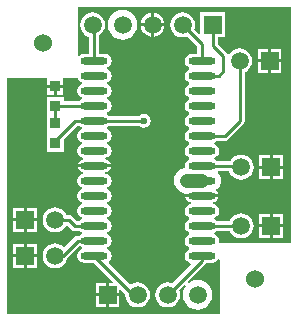
<source format=gtl>
G04 Layer_Physical_Order=1*
G04 Layer_Color=255*
%FSLAX25Y25*%
%MOIN*%
G70*
G01*
G75*
%ADD10R,0.03347X0.03799*%
%ADD11O,0.09055X0.02362*%
%ADD12C,0.01000*%
%ADD13C,0.04724*%
%ADD14C,0.05905*%
%ADD15R,0.05905X0.05905*%
%ADD16C,0.06000*%
%ADD17C,0.02362*%
G36*
X94488Y23622D02*
X71004D01*
X70569Y23999D01*
X70668Y24500D01*
X70485Y25422D01*
X69963Y26203D01*
X69182Y26725D01*
X69081Y26745D01*
Y27255D01*
X69182Y27275D01*
X69946Y27786D01*
X74235D01*
X74389Y27415D01*
X75052Y26552D01*
X75915Y25889D01*
X76921Y25473D01*
X78000Y25330D01*
X79079Y25473D01*
X80085Y25889D01*
X80948Y26552D01*
X81611Y27415D01*
X82027Y28421D01*
X82170Y29500D01*
X82027Y30579D01*
X81611Y31585D01*
X80948Y32448D01*
X80085Y33111D01*
X79079Y33527D01*
X78000Y33669D01*
X76921Y33527D01*
X75915Y33111D01*
X75052Y32448D01*
X74389Y31585D01*
X74235Y31214D01*
X69946D01*
X69182Y31725D01*
X69081Y31745D01*
Y32255D01*
X69182Y32275D01*
X69963Y32797D01*
X70485Y33578D01*
X70668Y34500D01*
X70485Y35422D01*
X69963Y36203D01*
X69182Y36725D01*
X68617Y36837D01*
Y37347D01*
X69111Y37445D01*
X69832Y37927D01*
X70314Y38649D01*
X70384Y39000D01*
X64913D01*
X59443D01*
X59512Y38649D01*
X59994Y37927D01*
X60716Y37445D01*
X61210Y37347D01*
Y36837D01*
X60645Y36725D01*
X59864Y36203D01*
X59342Y35422D01*
X59158Y34500D01*
X59342Y33578D01*
X59864Y32797D01*
X60645Y32275D01*
X60746Y32255D01*
Y31745D01*
X60645Y31725D01*
X59864Y31203D01*
X59342Y30422D01*
X59158Y29500D01*
X59342Y28578D01*
X59864Y27797D01*
X60645Y27275D01*
X60746Y27255D01*
Y26745D01*
X60645Y26725D01*
X59864Y26203D01*
X59342Y25422D01*
X59158Y24500D01*
X59342Y23578D01*
X59864Y22797D01*
X60645Y22275D01*
X60746Y22255D01*
Y21745D01*
X60645Y21725D01*
X59864Y21203D01*
X59342Y20422D01*
X59158Y19500D01*
X59342Y18578D01*
X59864Y17797D01*
X60645Y17275D01*
X61061Y17192D01*
X61226Y16650D01*
X54950Y10374D01*
X54579Y10527D01*
X53500Y10669D01*
X52421Y10527D01*
X51415Y10111D01*
X50552Y9448D01*
X49889Y8585D01*
X49473Y7579D01*
X49330Y6500D01*
X49473Y5421D01*
X49889Y4415D01*
X50552Y3552D01*
X51415Y2889D01*
X52421Y2473D01*
X53500Y2331D01*
X54579Y2473D01*
X55585Y2889D01*
X56448Y3552D01*
X57111Y4415D01*
X57527Y5421D01*
X57670Y6500D01*
X57527Y7579D01*
X57374Y7950D01*
X59116Y9692D01*
X59493Y9362D01*
X59201Y8982D01*
X58705Y7785D01*
X58536Y6500D01*
X58705Y5215D01*
X59201Y4018D01*
X59990Y2990D01*
X61018Y2201D01*
X62215Y1705D01*
X63500Y1536D01*
X64785Y1705D01*
X65982Y2201D01*
X67010Y2990D01*
X67799Y4018D01*
X68295Y5215D01*
X68464Y6500D01*
X68295Y7785D01*
X67799Y8982D01*
X67010Y10010D01*
X65982Y10799D01*
X64785Y11295D01*
X63500Y11464D01*
X62215Y11295D01*
X61018Y10799D01*
X60638Y10507D01*
X60308Y10884D01*
X66125Y16701D01*
X66386Y17091D01*
X68260D01*
X69182Y17275D01*
X69963Y17797D01*
X70366Y18400D01*
X70866Y18249D01*
Y0D01*
X0D01*
Y78740D01*
X13327D01*
Y76500D01*
X18673D01*
Y78740D01*
X23483D01*
X23515Y78578D01*
X24037Y77797D01*
X24818Y77275D01*
X24919Y77255D01*
Y76745D01*
X24818Y76725D01*
X24037Y76203D01*
X23515Y75422D01*
X23332Y74500D01*
X23515Y73578D01*
X24037Y72797D01*
X24818Y72275D01*
X24919Y72255D01*
Y71745D01*
X24818Y71725D01*
X24059Y71218D01*
X18854D01*
Y72585D01*
X13146D01*
Y66423D01*
Y60667D01*
X13146Y60667D01*
Y60333D01*
X13146D01*
X13146Y60167D01*
Y54171D01*
X18854D01*
Y58182D01*
X23458Y62786D01*
X24054D01*
X24818Y62275D01*
X24919Y62255D01*
Y61745D01*
X24818Y61725D01*
X24037Y61203D01*
X23515Y60422D01*
X23332Y59500D01*
X23515Y58578D01*
X24037Y57797D01*
X24818Y57275D01*
X24919Y57255D01*
Y56745D01*
X24818Y56725D01*
X24037Y56203D01*
X23515Y55422D01*
X23332Y54500D01*
X23515Y53578D01*
X24037Y52797D01*
X24818Y52275D01*
X25383Y52163D01*
Y51653D01*
X24889Y51555D01*
X24168Y51073D01*
X23686Y50351D01*
X23616Y50000D01*
X29087D01*
X34558D01*
X34488Y50351D01*
X34006Y51073D01*
X33284Y51555D01*
X32790Y51653D01*
Y52163D01*
X33355Y52275D01*
X34136Y52797D01*
X34658Y53578D01*
X34842Y54500D01*
X34658Y55422D01*
X34136Y56203D01*
X33355Y56725D01*
X33255Y56745D01*
Y57255D01*
X33355Y57275D01*
X34136Y57797D01*
X34658Y58578D01*
X34842Y59500D01*
X34658Y60422D01*
X34136Y61203D01*
X33355Y61725D01*
X33255Y61745D01*
Y62255D01*
X33355Y62275D01*
X34120Y62786D01*
X43813D01*
X44578Y62275D01*
X45500Y62091D01*
X46422Y62275D01*
X47203Y62797D01*
X47725Y63578D01*
X47908Y64500D01*
X47725Y65422D01*
X47203Y66203D01*
X46422Y66725D01*
X45500Y66909D01*
X44578Y66725D01*
X43813Y66214D01*
X34120D01*
X33355Y66725D01*
X33255Y66745D01*
Y67255D01*
X33355Y67275D01*
X34136Y67797D01*
X34658Y68578D01*
X34842Y69500D01*
X34658Y70422D01*
X34136Y71203D01*
X33355Y71725D01*
X33255Y71745D01*
Y72255D01*
X33355Y72275D01*
X34136Y72797D01*
X34658Y73578D01*
X34842Y74500D01*
X34658Y75422D01*
X34136Y76203D01*
X33355Y76725D01*
X33255Y76745D01*
Y77255D01*
X33355Y77275D01*
X34136Y77797D01*
X34658Y78578D01*
X34842Y79500D01*
X34658Y80422D01*
X34136Y81203D01*
X33355Y81725D01*
X33255Y81745D01*
Y82255D01*
X33355Y82275D01*
X34136Y82797D01*
X34658Y83578D01*
X34842Y84500D01*
X34658Y85422D01*
X34136Y86203D01*
X33355Y86725D01*
X32433Y86909D01*
X30801D01*
Y93055D01*
X31448Y93552D01*
X32111Y94415D01*
X32527Y95421D01*
X32669Y96500D01*
X32527Y97579D01*
X32111Y98585D01*
X31448Y99448D01*
X30585Y100111D01*
X29579Y100527D01*
X28500Y100670D01*
X27421Y100527D01*
X26415Y100111D01*
X25552Y99448D01*
X24889Y98585D01*
X24473Y97579D01*
X24330Y96500D01*
X24473Y95421D01*
X24889Y94415D01*
X25552Y93552D01*
X26415Y92889D01*
X27373Y92493D01*
Y86909D01*
X25740D01*
X24818Y86725D01*
X24122Y86260D01*
X23622Y86413D01*
Y102362D01*
X94488D01*
Y23622D01*
D02*
G37*
%LPC*%
G36*
X87500Y33453D02*
X84047D01*
Y30000D01*
X87500D01*
Y33453D01*
D02*
G37*
G36*
X5500Y31000D02*
X2047D01*
Y27547D01*
X5500D01*
Y31000D01*
D02*
G37*
G36*
X9953D02*
X6500D01*
Y27547D01*
X9953D01*
Y31000D01*
D02*
G37*
G36*
X5500Y35453D02*
X2047D01*
Y32000D01*
X5500D01*
Y35453D01*
D02*
G37*
G36*
X9953D02*
X6500D01*
Y32000D01*
X9953D01*
Y35453D01*
D02*
G37*
G36*
X91953Y33453D02*
X88500D01*
Y30000D01*
X91953D01*
Y33453D01*
D02*
G37*
G36*
X34558Y49000D02*
X29087D01*
X23616D01*
X23686Y48649D01*
X24168Y47927D01*
X24889Y47445D01*
X25383Y47347D01*
Y46837D01*
X24818Y46725D01*
X24037Y46203D01*
X23515Y45422D01*
X23332Y44500D01*
X23515Y43578D01*
X24037Y42797D01*
X24818Y42275D01*
X24919Y42255D01*
Y41745D01*
X24818Y41725D01*
X24037Y41203D01*
X23515Y40422D01*
X23332Y39500D01*
X23515Y38578D01*
X24037Y37797D01*
X24818Y37275D01*
X24919Y37255D01*
Y36745D01*
X24818Y36725D01*
X24037Y36203D01*
X23515Y35422D01*
X23332Y34500D01*
X23515Y33578D01*
X24037Y32797D01*
X24818Y32275D01*
X24919Y32255D01*
Y31745D01*
X24818Y31725D01*
X24054Y31214D01*
X23210D01*
X21712Y32712D01*
X21156Y33084D01*
X20500Y33214D01*
X19764D01*
X19611Y33585D01*
X18948Y34448D01*
X18085Y35111D01*
X17079Y35527D01*
X16000Y35669D01*
X14921Y35527D01*
X13915Y35111D01*
X13052Y34448D01*
X12389Y33585D01*
X11972Y32579D01*
X11830Y31500D01*
X11972Y30421D01*
X12389Y29415D01*
X13052Y28552D01*
X13915Y27889D01*
X14921Y27473D01*
X16000Y27330D01*
X17079Y27473D01*
X18085Y27889D01*
X18948Y28552D01*
X19543Y29326D01*
X19899Y29419D01*
X20155Y29421D01*
X21288Y28288D01*
X21844Y27916D01*
X22500Y27786D01*
X24054D01*
X24818Y27275D01*
X24919Y27255D01*
Y26745D01*
X24818Y26725D01*
X24054Y26214D01*
X23500D01*
X22844Y26084D01*
X22288Y25712D01*
X19020Y22444D01*
X18948Y22448D01*
X18085Y23111D01*
X17079Y23527D01*
X16000Y23670D01*
X14921Y23527D01*
X13915Y23111D01*
X13052Y22448D01*
X12389Y21585D01*
X11972Y20579D01*
X11830Y19500D01*
X11972Y18421D01*
X12389Y17415D01*
X13052Y16552D01*
X13915Y15889D01*
X14921Y15473D01*
X16000Y15330D01*
X17079Y15473D01*
X18085Y15889D01*
X18948Y16552D01*
X19611Y17415D01*
X20027Y18421D01*
X20055Y18631D01*
X24147Y22723D01*
X24818Y22275D01*
X24919Y22255D01*
Y21745D01*
X24818Y21725D01*
X24037Y21203D01*
X23515Y20422D01*
X23332Y19500D01*
X23515Y18578D01*
X24037Y17797D01*
X24818Y17275D01*
X25740Y17091D01*
X29071D01*
X35248Y10915D01*
X35057Y10453D01*
X34000D01*
Y7000D01*
X37453D01*
Y8057D01*
X37915Y8248D01*
X39369Y6793D01*
X39331Y6500D01*
X39473Y5421D01*
X39889Y4415D01*
X40552Y3552D01*
X41415Y2889D01*
X42421Y2473D01*
X43500Y2331D01*
X44579Y2473D01*
X45585Y2889D01*
X46448Y3552D01*
X47111Y4415D01*
X47527Y5421D01*
X47670Y6500D01*
X47527Y7579D01*
X47111Y8585D01*
X46448Y9448D01*
X45585Y10111D01*
X44579Y10527D01*
X43500Y10669D01*
X42421Y10527D01*
X41415Y10111D01*
X41124Y9887D01*
X33862Y17149D01*
X33911Y17646D01*
X34136Y17797D01*
X34658Y18578D01*
X34842Y19500D01*
X34658Y20422D01*
X34136Y21203D01*
X33355Y21725D01*
X33255Y21745D01*
Y22255D01*
X33355Y22275D01*
X34136Y22797D01*
X34658Y23578D01*
X34842Y24500D01*
X34658Y25422D01*
X34136Y26203D01*
X33355Y26725D01*
X33255Y26745D01*
Y27255D01*
X33355Y27275D01*
X34136Y27797D01*
X34658Y28578D01*
X34842Y29500D01*
X34658Y30422D01*
X34136Y31203D01*
X33355Y31725D01*
X33255Y31745D01*
Y32255D01*
X33355Y32275D01*
X34136Y32797D01*
X34658Y33578D01*
X34842Y34500D01*
X34658Y35422D01*
X34136Y36203D01*
X33355Y36725D01*
X33255Y36745D01*
Y37255D01*
X33355Y37275D01*
X34136Y37797D01*
X34658Y38578D01*
X34842Y39500D01*
X34658Y40422D01*
X34136Y41203D01*
X33355Y41725D01*
X33255Y41745D01*
Y42255D01*
X33355Y42275D01*
X34136Y42797D01*
X34658Y43578D01*
X34842Y44500D01*
X34658Y45422D01*
X34136Y46203D01*
X33355Y46725D01*
X32790Y46837D01*
Y47347D01*
X33284Y47445D01*
X34006Y47927D01*
X34488Y48649D01*
X34558Y49000D01*
D02*
G37*
G36*
X91953Y29000D02*
X88500D01*
Y25547D01*
X91953D01*
Y29000D01*
D02*
G37*
G36*
X33000Y10453D02*
X29547D01*
Y7000D01*
X33000D01*
Y10453D01*
D02*
G37*
G36*
X5500Y19000D02*
X2047D01*
Y15547D01*
X5500D01*
Y19000D01*
D02*
G37*
G36*
X33000Y6000D02*
X29547D01*
Y2547D01*
X33000D01*
Y6000D01*
D02*
G37*
G36*
X37453D02*
X34000D01*
Y2547D01*
X37453D01*
Y6000D01*
D02*
G37*
G36*
X9953Y23453D02*
X6500D01*
Y20000D01*
X9953D01*
Y23453D01*
D02*
G37*
G36*
X87500Y29000D02*
X84047D01*
Y25547D01*
X87500D01*
Y29000D01*
D02*
G37*
G36*
X9953Y19000D02*
X6500D01*
Y15547D01*
X9953D01*
Y19000D01*
D02*
G37*
G36*
X5500Y23453D02*
X2047D01*
Y20000D01*
X5500D01*
Y23453D01*
D02*
G37*
G36*
X91453Y88453D02*
X88000D01*
Y85000D01*
X91453D01*
Y88453D01*
D02*
G37*
G36*
X38500Y101464D02*
X37215Y101295D01*
X36018Y100799D01*
X34990Y100010D01*
X34201Y98982D01*
X33705Y97785D01*
X33536Y96500D01*
X33705Y95215D01*
X34201Y94018D01*
X34990Y92990D01*
X36018Y92201D01*
X37215Y91705D01*
X38500Y91536D01*
X39785Y91705D01*
X40982Y92201D01*
X42010Y92990D01*
X42799Y94018D01*
X43295Y95215D01*
X43464Y96500D01*
X43295Y97785D01*
X42799Y98982D01*
X42010Y100010D01*
X40982Y100799D01*
X39785Y101295D01*
X38500Y101464D01*
D02*
G37*
G36*
X91453Y84000D02*
X88000D01*
Y80547D01*
X91453D01*
Y84000D01*
D02*
G37*
G36*
X87000Y88453D02*
X83547D01*
Y85000D01*
X87000D01*
Y88453D01*
D02*
G37*
G36*
X48000Y100421D02*
X47468Y100351D01*
X46507Y99953D01*
X45681Y99319D01*
X45047Y98493D01*
X44649Y97532D01*
X44579Y97000D01*
X48000D01*
Y100421D01*
D02*
G37*
G36*
X49000D02*
Y97000D01*
X52421D01*
X52351Y97532D01*
X51953Y98493D01*
X51319Y99319D01*
X50493Y99953D01*
X49532Y100351D01*
X49000Y100421D01*
D02*
G37*
G36*
X48000Y96000D02*
X44579D01*
X44649Y95468D01*
X45047Y94507D01*
X45681Y93681D01*
X46507Y93047D01*
X47468Y92649D01*
X48000Y92579D01*
Y96000D01*
D02*
G37*
G36*
X52421D02*
X49000D01*
Y92579D01*
X49532Y92649D01*
X50493Y93047D01*
X51319Y93681D01*
X51953Y94507D01*
X52351Y95468D01*
X52421Y96000D01*
D02*
G37*
G36*
X91953Y48500D02*
X88500D01*
Y45047D01*
X91953D01*
Y48500D01*
D02*
G37*
G36*
X87500Y52953D02*
X84047D01*
Y49500D01*
X87500D01*
Y52953D01*
D02*
G37*
G36*
X58500Y100670D02*
X57421Y100527D01*
X56415Y100111D01*
X55552Y99448D01*
X54889Y98585D01*
X54473Y97579D01*
X54330Y96500D01*
X54473Y95421D01*
X54889Y94415D01*
X55552Y93552D01*
X56415Y92889D01*
X57421Y92473D01*
X58500Y92330D01*
X59579Y92473D01*
X59950Y92626D01*
X63199Y89377D01*
Y86909D01*
X61567D01*
X60645Y86725D01*
X59864Y86203D01*
X59342Y85422D01*
X59158Y84500D01*
X59342Y83578D01*
X59864Y82797D01*
X60645Y82275D01*
X60746Y82255D01*
Y81745D01*
X60645Y81725D01*
X59864Y81203D01*
X59342Y80422D01*
X59158Y79500D01*
X59342Y78578D01*
X59864Y77797D01*
X60645Y77275D01*
X60746Y77255D01*
Y76745D01*
X60645Y76725D01*
X59864Y76203D01*
X59342Y75422D01*
X59158Y74500D01*
X59342Y73578D01*
X59864Y72797D01*
X60645Y72275D01*
X60746Y72255D01*
Y71745D01*
X60645Y71725D01*
X59864Y71203D01*
X59342Y70422D01*
X59158Y69500D01*
X59342Y68578D01*
X59864Y67797D01*
X60645Y67275D01*
X60746Y67255D01*
Y66745D01*
X60645Y66725D01*
X59864Y66203D01*
X59342Y65422D01*
X59158Y64500D01*
X59342Y63578D01*
X59864Y62797D01*
X60645Y62275D01*
X60746Y62255D01*
Y61745D01*
X60645Y61725D01*
X59864Y61203D01*
X59342Y60422D01*
X59158Y59500D01*
X59342Y58578D01*
X59864Y57797D01*
X60645Y57275D01*
X60746Y57255D01*
Y56745D01*
X60645Y56725D01*
X59864Y56203D01*
X59342Y55422D01*
X59158Y54500D01*
X59342Y53578D01*
X59864Y52797D01*
X60645Y52275D01*
X60746Y52255D01*
Y51745D01*
X60645Y51725D01*
X59864Y51203D01*
X59342Y50422D01*
X59158Y49500D01*
X59227Y49154D01*
X58936Y48748D01*
X58869Y48739D01*
X57816Y48303D01*
X56911Y47608D01*
X56217Y46704D01*
X55781Y45650D01*
X55632Y44520D01*
X55781Y43389D01*
X56217Y42336D01*
X56911Y41431D01*
X57816Y40737D01*
X58869Y40301D01*
X59124Y40267D01*
X59315Y40000D01*
X64913D01*
X70384D01*
X70314Y40351D01*
X69832Y41072D01*
X69655Y41191D01*
X69704Y41689D01*
X69848Y41749D01*
X70506Y42254D01*
X71011Y42912D01*
X71328Y43678D01*
X71437Y44500D01*
X71328Y45322D01*
X71011Y46088D01*
X70506Y46746D01*
X70251Y46942D01*
X70185Y47593D01*
X70355Y47786D01*
X74028D01*
X74389Y46915D01*
X75052Y46052D01*
X75915Y45389D01*
X76921Y44973D01*
X78000Y44831D01*
X79079Y44973D01*
X80085Y45389D01*
X80948Y46052D01*
X81611Y46915D01*
X82027Y47921D01*
X82170Y49000D01*
X82027Y50079D01*
X81611Y51085D01*
X80948Y51948D01*
X80085Y52611D01*
X79079Y53027D01*
X78000Y53170D01*
X76921Y53027D01*
X75915Y52611D01*
X75052Y51948D01*
X74488Y51214D01*
X69946D01*
X69182Y51725D01*
X69081Y51745D01*
Y52255D01*
X69182Y52275D01*
X69963Y52797D01*
X70485Y53578D01*
X70668Y54500D01*
X70485Y55422D01*
X69963Y56203D01*
X69182Y56725D01*
X69081Y56745D01*
Y57255D01*
X69182Y57275D01*
X69946Y57786D01*
X72500D01*
X73156Y57916D01*
X73712Y58288D01*
X78712Y63288D01*
X79084Y63844D01*
X79214Y64500D01*
Y80735D01*
X79585Y80889D01*
X80448Y81552D01*
X81111Y82415D01*
X81527Y83421D01*
X81669Y84500D01*
X81527Y85579D01*
X81111Y86585D01*
X80448Y87448D01*
X79585Y88111D01*
X78579Y88527D01*
X77500Y88670D01*
X76421Y88527D01*
X75415Y88111D01*
X74552Y87448D01*
X74048Y86792D01*
X73988Y86774D01*
X73476Y86820D01*
X73473Y86822D01*
X73212Y87212D01*
X70214Y90210D01*
Y92366D01*
X72634D01*
Y100634D01*
X64366D01*
Y93711D01*
X63904Y93520D01*
X62374Y95050D01*
X62527Y95421D01*
X62669Y96500D01*
X62527Y97579D01*
X62111Y98585D01*
X61448Y99448D01*
X60585Y100111D01*
X59579Y100527D01*
X58500Y100670D01*
D02*
G37*
G36*
X87500Y48500D02*
X84047D01*
Y45047D01*
X87500D01*
Y48500D01*
D02*
G37*
G36*
X18673Y75500D02*
X16500D01*
Y73100D01*
X18673D01*
Y75500D01*
D02*
G37*
G36*
X87000Y84000D02*
X83547D01*
Y80547D01*
X87000D01*
Y84000D01*
D02*
G37*
G36*
X91953Y52953D02*
X88500D01*
Y49500D01*
X91953D01*
Y52953D01*
D02*
G37*
G36*
X15500Y75500D02*
X13327D01*
Y73100D01*
X15500D01*
Y75500D01*
D02*
G37*
%LPD*%
D10*
X16000Y63748D02*
D03*
Y57252D02*
D03*
Y76000D02*
D03*
Y69504D02*
D03*
D11*
X29087Y84500D02*
D03*
Y79500D02*
D03*
Y74500D02*
D03*
Y69500D02*
D03*
Y64500D02*
D03*
Y59500D02*
D03*
Y54500D02*
D03*
Y49500D02*
D03*
Y44500D02*
D03*
Y39500D02*
D03*
Y34500D02*
D03*
Y29500D02*
D03*
Y24500D02*
D03*
Y19500D02*
D03*
X64913Y84500D02*
D03*
Y79500D02*
D03*
Y74500D02*
D03*
Y69500D02*
D03*
Y64500D02*
D03*
Y59500D02*
D03*
Y54500D02*
D03*
Y49500D02*
D03*
Y44500D02*
D03*
Y39500D02*
D03*
Y34500D02*
D03*
Y29500D02*
D03*
Y24500D02*
D03*
Y19500D02*
D03*
D12*
Y59500D02*
X72500D01*
X22500Y29500D02*
X29087D01*
X23500Y24500D02*
X29087D01*
Y19500D02*
X42087Y6500D01*
X64913Y17913D02*
Y19500D01*
Y79500D02*
X70500D01*
X64913Y29500D02*
X78000D01*
X64913Y49500D02*
X77500D01*
X22748Y64500D02*
X29087D01*
X45500D01*
X28500Y96500D02*
X29087Y95913D01*
Y84500D02*
Y95913D01*
X77500Y64500D02*
Y84500D01*
X72500Y59500D02*
X77500Y64500D01*
X70500Y79500D02*
X72000Y81000D01*
Y86000D01*
X68500Y89500D02*
X72000Y86000D01*
X68500Y89500D02*
Y96500D01*
X58500D02*
X64913Y90087D01*
Y84500D02*
Y90087D01*
X53500Y6500D02*
X64913Y17913D01*
X42087Y6500D02*
X43500D01*
X18500Y19500D02*
X23500Y24500D01*
X16000Y19500D02*
X18500D01*
X20500Y31500D02*
X22500Y29500D01*
X16000Y31500D02*
X20500D01*
X29083Y69504D02*
X29087Y69500D01*
X16000Y69504D02*
X29083D01*
X16000Y64248D02*
Y69504D01*
Y57752D02*
X22748Y64500D01*
X77500Y49500D02*
X78000Y49000D01*
D13*
X60000Y44520D02*
X64894D01*
X64913Y44500D01*
D14*
X78000Y29500D02*
D03*
Y49000D02*
D03*
X43500Y6500D02*
D03*
X53500D02*
D03*
X63500D02*
D03*
X16000Y31500D02*
D03*
Y19500D02*
D03*
X58500Y96500D02*
D03*
X48500D02*
D03*
X38500D02*
D03*
X28500D02*
D03*
X77500Y84500D02*
D03*
D15*
X88000Y29500D02*
D03*
Y49000D02*
D03*
X33500Y6500D02*
D03*
X6000Y31500D02*
D03*
Y19500D02*
D03*
X68500Y96500D02*
D03*
X87500Y84500D02*
D03*
D16*
X11811Y90551D02*
D03*
X82677Y11811D02*
D03*
D17*
X90000Y97000D02*
D03*
X87000Y91000D02*
D03*
Y43000D02*
D03*
X90000Y37000D02*
D03*
X84000Y97000D02*
D03*
X81000Y91000D02*
D03*
X78000Y97000D02*
D03*
X75000Y91000D02*
D03*
X72000Y25000D02*
D03*
X57000Y91000D02*
D03*
Y31000D02*
D03*
Y19000D02*
D03*
X51000Y91000D02*
D03*
X54000Y85000D02*
D03*
X51000Y31000D02*
D03*
X54000Y25000D02*
D03*
Y13000D02*
D03*
X45000Y91000D02*
D03*
X48000Y85000D02*
D03*
Y61000D02*
D03*
X45000Y55000D02*
D03*
Y31000D02*
D03*
X42000Y73000D02*
D03*
Y61000D02*
D03*
X39000Y55000D02*
D03*
Y19000D02*
D03*
X42000Y13000D02*
D03*
X30000D02*
D03*
X27000Y7000D02*
D03*
X21000Y43000D02*
D03*
X24000Y13000D02*
D03*
X21000Y7000D02*
D03*
X15000Y43000D02*
D03*
X18000Y37000D02*
D03*
Y25000D02*
D03*
Y13000D02*
D03*
X15000Y7000D02*
D03*
X12000Y73000D02*
D03*
X9000Y67000D02*
D03*
Y55000D02*
D03*
X12000Y49000D02*
D03*
X9000Y43000D02*
D03*
X12000Y37000D02*
D03*
Y25000D02*
D03*
Y13000D02*
D03*
X9000Y7000D02*
D03*
X6000Y73000D02*
D03*
X3000Y67000D02*
D03*
X6000Y61000D02*
D03*
X3000Y55000D02*
D03*
X6000Y49000D02*
D03*
X3000Y43000D02*
D03*
X6000Y37000D02*
D03*
Y25000D02*
D03*
Y13000D02*
D03*
X3000Y7000D02*
D03*
X60000Y44520D02*
D03*
X45500Y64500D02*
D03*
M02*

</source>
